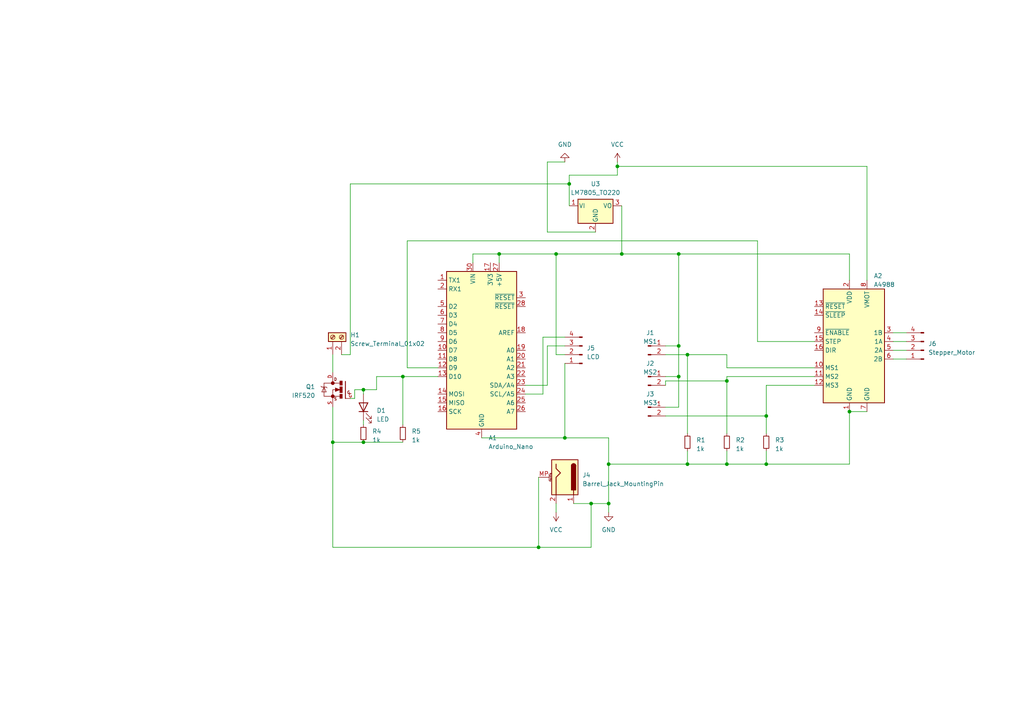
<source format=kicad_sch>
(kicad_sch (version 20230121) (generator eeschema)
  (paper "A4")
  (lib_symbols
    (symbol "Connector:Barrel_Jack_MountingPin" (pin_names hide)
      (property "Reference" "J" (at 0 5.334 0))
      (property "Value" "Barrel_Jack_MountingPin" (at 1.27 -6.35 0))
      (symbol "Barrel_Jack_MountingPin_0_1"
        (rectangle (start -5.08 3.81) (end 5.08 -3.81) (stroke (width 0.254)) (fill (type background)))
        (arc (start -3.302 3.175) (mid -3.9343 2.54) (end -3.302 1.905) (stroke (width 0.254)))
        (arc (start -3.302 3.175) (mid -3.9343 2.54) (end -3.302 1.905) (stroke (width 0.254)) (fill (type outline)))
        (polyline (pts (xy 5.08 2.54) (xy 3.81 2.54)) (stroke (width 0.254)))
        (polyline (pts (xy -3.81 -2.54) (xy -2.54 -2.54) (xy -1.27 -1.27) (xy 0 -2.54) (xy 2.54 -2.54) (xy 5.08 -2.54)) (stroke (width 0.254)))
        (rectangle (start 3.683 3.175) (end -3.302 1.905) (stroke (width 0.254)) (fill (type outline)))
      )
      (symbol "Barrel_Jack_MountingPin_1_1"
        (polyline (pts (xy -1.016 -4.572) (xy 1.016 -4.572)) (stroke (width 0.1524)))
        (text "Mounting" (at 0 -4.191 0) (effects (font (size 0.381 0.381))))
        (pin passive line (at 7.62 2.54 180) (length 2.54) (name "~") (number "1"))
        (pin passive line (at 7.62 -2.54 180) (length 2.54) (name "~") (number "2"))
        (pin passive line (at 0 -7.62 90) (length 3.048) (name "MountPin") (number "MP"))
      )
    )
    (symbol "Connector:Conn_01x02_Pin" (pin_names (offset 1.016) hide)
      (property "Reference" "J" (at 0 2.54 0))
      (property "Value" "Conn_01x02_Pin" (at 0 -5.08 0))
      (symbol "Conn_01x02_Pin_1_1"
        (polyline (pts (xy 1.27 -2.54) (xy 0.8636 -2.54)) (stroke (width 0.1524)))
        (polyline (pts (xy 1.27 0) (xy 0.8636 0)) (stroke (width 0.1524)))
        (rectangle (start 0.8636 -2.413) (end 0 -2.667) (stroke (width 0.1524)) (fill (type outline)))
        (rectangle (start 0.8636 0.127) (end 0 -0.127) (stroke (width 0.1524)) (fill (type outline)))
        (pin passive line (at 5.08 0 180) (length 3.81) (name "Pin_1") (number "1"))
        (pin passive line (at 5.08 -2.54 180) (length 3.81) (name "Pin_2") (number "2"))
      )
    )
    (symbol "Connector:Conn_01x04_Pin" (pin_names (offset 1.016) hide)
      (property "Reference" "J" (at 0 5.08 0))
      (property "Value" "Conn_01x04_Pin" (at 0 -7.62 0))
      (symbol "Conn_01x04_Pin_1_1"
        (polyline (pts (xy 1.27 -5.08) (xy 0.8636 -5.08)) (stroke (width 0.1524)))
        (polyline (pts (xy 1.27 -2.54) (xy 0.8636 -2.54)) (stroke (width 0.1524)))
        (polyline (pts (xy 1.27 0) (xy 0.8636 0)) (stroke (width 0.1524)))
        (polyline (pts (xy 1.27 2.54) (xy 0.8636 2.54)) (stroke (width 0.1524)))
        (rectangle (start 0.8636 -4.953) (end 0 -5.207) (stroke (width 0.1524)) (fill (type outline)))
        (rectangle (start 0.8636 -2.413) (end 0 -2.667) (stroke (width 0.1524)) (fill (type outline)))
        (rectangle (start 0.8636 0.127) (end 0 -0.127) (stroke (width 0.1524)) (fill (type outline)))
        (rectangle (start 0.8636 2.667) (end 0 2.413) (stroke (width 0.1524)) (fill (type outline)))
        (pin passive line (at 5.08 2.54 180) (length 3.81) (name "Pin_1") (number "1"))
        (pin passive line (at 5.08 0 180) (length 3.81) (name "Pin_2") (number "2"))
        (pin passive line (at 5.08 -2.54 180) (length 3.81) (name "Pin_3") (number "3"))
        (pin passive line (at 5.08 -5.08 180) (length 3.81) (name "Pin_4") (number "4"))
      )
    )
    (symbol "Connector:Screw_Terminal_01x02" (pin_names (offset 1.016) hide)
      (property "Reference" "J" (at 0 2.54 0))
      (property "Value" "Screw_Terminal_01x02" (at 0 -5.08 0))
      (symbol "Screw_Terminal_01x02_1_1"
        (rectangle (start -1.27 1.27) (end 1.27 -3.81) (stroke (width 0.254)) (fill (type background)))
        (circle (center 0 -2.54) (radius 0.635) (stroke (width 0.1524)))
        (polyline (pts (xy -0.5334 -2.2098) (xy 0.3302 -3.048)) (stroke (width 0.1524)))
        (polyline (pts (xy -0.5334 0.3302) (xy 0.3302 -0.508)) (stroke (width 0.1524)))
        (polyline (pts (xy -0.3556 -2.032) (xy 0.508 -2.8702)) (stroke (width 0.1524)))
        (polyline (pts (xy -0.3556 0.508) (xy 0.508 -0.3302)) (stroke (width 0.1524)))
        (circle (center 0 0) (radius 0.635) (stroke (width 0.1524)))
        (pin passive line (at -5.08 0 0) (length 3.81) (name "Pin_1") (number "1"))
        (pin passive line (at -5.08 -2.54 0) (length 3.81) (name "Pin_2") (number "2"))
      )
    )
    (symbol "Device:LED" (pin_numbers hide) (pin_names (offset 1.016) hide)
      (property "Reference" "D" (at 0 2.54 0))
      (property "Value" "LED" (at 0 -2.54 0))
      (symbol "LED_0_1"
        (polyline (pts (xy -1.27 -1.27) (xy -1.27 1.27)) (stroke (width 0.254)))
        (polyline (pts (xy -1.27 0) (xy 1.27 0)))
        (polyline (pts (xy 1.27 -1.27) (xy 1.27 1.27) (xy -1.27 0) (xy 1.27 -1.27)) (stroke (width 0.254)))
        (polyline (pts (xy -3.048 -0.762) (xy -4.572 -2.286) (xy -3.81 -2.286) (xy -4.572 -2.286) (xy -4.572 -1.524)))
        (polyline (pts (xy -1.778 -0.762) (xy -3.302 -2.286) (xy -2.54 -2.286) (xy -3.302 -2.286) (xy -3.302 -1.524)))
      )
      (symbol "LED_1_1"
        (pin passive line (at -3.81 0 0) (length 2.54) (name "K") (number "1"))
        (pin passive line (at 3.81 0 180) (length 2.54) (name "A") (number "2"))
      )
    )
    (symbol "Device:R_Small" (pin_numbers hide) (pin_names (offset 0.254) hide)
      (property "Reference" "R" (at 0.762 0.508 0))
      (property "Value" "R_Small" (at 0.762 -1.016 0))
      (symbol "R_Small_0_1"
        (rectangle (start -0.762 1.778) (end 0.762 -1.778) (stroke (width 0.2032)))
      )
      (symbol "R_Small_1_1"
        (pin passive line (at 0 2.54 270) (length 0.762) (name "~") (number "1"))
        (pin passive line (at 0 -2.54 90) (length 0.762) (name "~") (number "2"))
      )
    )
    (symbol "Driver_Motor:Pololu_Breakout_A4988"
      (property "Reference" "A" (at -2.54 19.05 0))
      (property "Value" "Pololu_Breakout_A4988" (at -2.54 16.51 0))
      (symbol "Pololu_Breakout_A4988_0_1"
        (rectangle (start 10.16 -17.78) (end -7.62 15.24) (stroke (width 0.254)) (fill (type background)))
      )
      (symbol "Pololu_Breakout_A4988_1_1"
        (pin power_in line (at 0 -20.32 90) (length 2.54) (name "GND") (number "1"))
        (pin input line (at -10.16 -7.62 0) (length 2.54) (name "MS1") (number "10"))
        (pin input line (at -10.16 -10.16 0) (length 2.54) (name "MS2") (number "11"))
        (pin input line (at -10.16 -12.7 0) (length 2.54) (name "MS3") (number "12"))
        (pin input line (at -10.16 10.16 0) (length 2.54) (name "~{RESET}") (number "13"))
        (pin input line (at -10.16 7.62 0) (length 2.54) (name "~{SLEEP}") (number "14"))
        (pin input line (at -10.16 0 0) (length 2.54) (name "STEP") (number "15"))
        (pin input line (at -10.16 -2.54 0) (length 2.54) (name "DIR") (number "16"))
        (pin power_in line (at 0 17.78 270) (length 2.54) (name "VDD") (number "2"))
        (pin output line (at 12.7 2.54 180) (length 2.54) (name "1B") (number "3"))
        (pin output line (at 12.7 0 180) (length 2.54) (name "1A") (number "4"))
        (pin output line (at 12.7 -2.54 180) (length 2.54) (name "2A") (number "5"))
        (pin output line (at 12.7 -5.08 180) (length 2.54) (name "2B") (number "6"))
        (pin power_in line (at 5.08 -20.32 90) (length 2.54) (name "GND") (number "7"))
        (pin power_in line (at 5.08 17.78 270) (length 2.54) (name "VMOT") (number "8"))
        (pin input line (at -10.16 2.54 0) (length 2.54) (name "~{ENABLE}") (number "9"))
      )
    )
    (symbol "IRF520:IRF520" (pin_names (offset 1.016))
      (property "Reference" "Q" (at 7.6271 2.5424 0))
      (property "Value" "IRF520" (at 7.6205 0 0))
      (symbol "IRF520_0_0"
        (rectangle (start -0.254 -2.5402) (end 0.508 -1.27) (stroke (width 0.1)) (fill (type outline)))
        (rectangle (start -0.2542 -0.8897) (end 0.508 0.889) (stroke (width 0.1)) (fill (type outline)))
        (rectangle (start -0.2542 1.2709) (end 0.508 2.54) (stroke (width 0.1)) (fill (type outline)))
        (polyline (pts (xy -1.1176 -2.54) (xy -2.54 -2.54)) (stroke (width 0.1524)))
        (polyline (pts (xy -1.1176 2.413) (xy -1.1176 -2.54)) (stroke (width 0.254)))
        (polyline (pts (xy 0.508 -1.905) (xy 2.54 -1.905)) (stroke (width 0.1524)))
        (polyline (pts (xy 0.508 0) (xy 1.778 -0.508)) (stroke (width 0.1524)))
        (polyline (pts (xy 0.762 0) (xy 1.651 -0.254)) (stroke (width 0.3048)))
        (polyline (pts (xy 1.651 -0.254) (xy 1.651 0)) (stroke (width 0.3048)))
        (polyline (pts (xy 1.651 0) (xy 1.397 0)) (stroke (width 0.3048)))
        (polyline (pts (xy 1.651 0) (xy 2.54 0)) (stroke (width 0.1524)))
        (polyline (pts (xy 1.651 0.254) (xy 0.762 0)) (stroke (width 0.3048)))
        (polyline (pts (xy 1.778 -0.508) (xy 1.778 0.508)) (stroke (width 0.1524)))
        (polyline (pts (xy 1.778 0.508) (xy 0.508 0)) (stroke (width 0.1524)))
        (polyline (pts (xy 2.54 -1.905) (xy 2.54 -2.54)) (stroke (width 0.1524)))
        (polyline (pts (xy 2.54 0) (xy 2.54 -1.905)) (stroke (width 0.1524)))
        (polyline (pts (xy 2.54 1.905) (xy 0.5334 1.905)) (stroke (width 0.1524)))
        (polyline (pts (xy 2.54 1.905) (xy 5.08 1.905)) (stroke (width 0.1524)))
        (polyline (pts (xy 2.54 2.54) (xy 2.54 1.905)) (stroke (width 0.1524)))
        (polyline (pts (xy 4.445 -0.635) (xy 5.715 -0.635)) (stroke (width 0.1524)))
        (polyline (pts (xy 4.445 0.762) (xy 4.191 0.508)) (stroke (width 0.1524)))
        (polyline (pts (xy 4.445 0.762) (xy 5.08 0.762)) (stroke (width 0.1524)))
        (polyline (pts (xy 5.08 -1.905) (xy 2.54 -1.905)) (stroke (width 0.1524)))
        (polyline (pts (xy 5.08 0.762) (xy 4.445 -0.635)) (stroke (width 0.1524)))
        (polyline (pts (xy 5.08 0.762) (xy 5.08 -1.905)) (stroke (width 0.1524)))
        (polyline (pts (xy 5.08 0.762) (xy 5.715 0.762)) (stroke (width 0.1524)))
        (polyline (pts (xy 5.08 1.905) (xy 5.08 0.762)) (stroke (width 0.1524)))
        (polyline (pts (xy 5.715 -0.635) (xy 5.08 0.762)) (stroke (width 0.1524)))
        (polyline (pts (xy 5.715 0.762) (xy 5.969 1.016)) (stroke (width 0.1524)))
        (circle (center 2.54 -1.905) (radius 0.127) (stroke (width 0.4064)))
        (circle (center 2.54 1.905) (radius 0.127) (stroke (width 0.4064)))
        (text "D" (at 1.2721 2.5442 0) (effects (font (size 0.8141 0.8141)) (justify left bottom)))
        (text "G" (at -2.544 -1.272 0) (effects (font (size 0.8141 0.8141)) (justify left bottom)))
        (text "S" (at 1.2715 -3.1788 0) (effects (font (size 0.8138 0.8138)) (justify left bottom)))
        (pin passive line (at 2.54 5.08 270) (length 2.54) (name "~") (number "D"))
        (pin passive line (at -2.54 -2.54 0) (length 0) (name "~") (number "G"))
        (pin passive line (at 2.54 -5.08 90) (length 2.54) (name "~") (number "S"))
      )
    )
    (symbol "MCU_Module:Arduino_Nano_Every"
      (property "Reference" "A" (at -10.16 23.495 0))
      (property "Value" "Arduino_Nano_Every" (at 5.08 -24.13 0))
      (symbol "Arduino_Nano_Every_0_1"
        (rectangle (start -10.16 22.86) (end 10.16 -22.86) (stroke (width 0.254)) (fill (type background)))
      )
      (symbol "Arduino_Nano_Every_1_1"
        (pin bidirectional line (at -12.7 20.32 0) (length 2.54) (name "TX1") (number "1"))
        (pin bidirectional line (at -12.7 0 0) (length 2.54) (name "D7") (number "10"))
        (pin bidirectional line (at -12.7 -2.54 0) (length 2.54) (name "D8") (number "11"))
        (pin bidirectional line (at -12.7 -5.08 0) (length 2.54) (name "D9") (number "12"))
        (pin bidirectional line (at -12.7 -7.62 0) (length 2.54) (name "D10") (number "13"))
        (pin bidirectional line (at -12.7 -12.7 0) (length 2.54) (name "MOSI") (number "14"))
        (pin bidirectional line (at -12.7 -15.24 0) (length 2.54) (name "MISO") (number "15"))
        (pin bidirectional line (at -12.7 -17.78 0) (length 2.54) (name "SCK") (number "16"))
        (pin power_out line (at 2.54 25.4 270) (length 2.54) (name "3V3") (number "17"))
        (pin input line (at 12.7 5.08 180) (length 2.54) (name "AREF") (number "18"))
        (pin bidirectional line (at 12.7 0 180) (length 2.54) (name "A0") (number "19"))
        (pin bidirectional line (at -12.7 17.78 0) (length 2.54) (name "RX1") (number "2"))
        (pin bidirectional line (at 12.7 -2.54 180) (length 2.54) (name "A1") (number "20"))
        (pin bidirectional line (at 12.7 -5.08 180) (length 2.54) (name "A2") (number "21"))
        (pin bidirectional line (at 12.7 -7.62 180) (length 2.54) (name "A3") (number "22"))
        (pin bidirectional line (at 12.7 -10.16 180) (length 2.54) (name "SDA/A4") (number "23"))
        (pin bidirectional line (at 12.7 -12.7 180) (length 2.54) (name "SCL/A5") (number "24"))
        (pin bidirectional line (at 12.7 -15.24 180) (length 2.54) (name "A6") (number "25"))
        (pin bidirectional line (at 12.7 -17.78 180) (length 2.54) (name "A7") (number "26"))
        (pin power_out line (at 5.08 25.4 270) (length 2.54) (name "+5V") (number "27"))
        (pin input line (at 12.7 12.7 180) (length 2.54) (name "~{RESET}") (number "28"))
        (pin passive line (at 0 -25.4 90) (length 2.54) hide (name "GND") (number "29"))
        (pin input line (at 12.7 15.24 180) (length 2.54) (name "~{RESET}") (number "3"))
        (pin power_in line (at -2.54 25.4 270) (length 2.54) (name "VIN") (number "30"))
        (pin power_in line (at 0 -25.4 90) (length 2.54) (name "GND") (number "4"))
        (pin bidirectional line (at -12.7 12.7 0) (length 2.54) (name "D2") (number "5"))
        (pin bidirectional line (at -12.7 10.16 0) (length 2.54) (name "D3") (number "6"))
        (pin bidirectional line (at -12.7 7.62 0) (length 2.54) (name "D4") (number "7"))
        (pin bidirectional line (at -12.7 5.08 0) (length 2.54) (name "D5") (number "8"))
        (pin bidirectional line (at -12.7 2.54 0) (length 2.54) (name "D6") (number "9"))
      )
    )
    (symbol "Regulator_Linear:LM7805_TO220" (pin_names (offset 0.254))
      (property "Reference" "U" (at -3.81 3.175 0))
      (property "Value" "LM7805_TO220" (at 0 3.175 0))
      (symbol "LM7805_TO220_0_1"
        (rectangle (start -5.08 1.905) (end 5.08 -5.08) (stroke (width 0.254)) (fill (type background)))
      )
      (symbol "LM7805_TO220_1_1"
        (pin power_in line (at -7.62 0 0) (length 2.54) (name "VI") (number "1"))
        (pin power_in line (at 0 -7.62 90) (length 2.54) (name "GND") (number "2"))
        (pin power_out line (at 7.62 0 180) (length 2.54) (name "VO") (number "3"))
      )
    )
    (symbol "power:GND" (power) (pin_names (offset 0))
      (property "Value" "GND" (at 0 -3.81 0))
      (symbol "GND_0_1"
        (polyline (pts (xy 0 0) (xy 0 -1.27) (xy 1.27 -1.27) (xy 0 -2.54) (xy -1.27 -1.27) (xy 0 -1.27)))
      )
      (symbol "GND_1_1"
        (pin power_in line (at 0 0 270) (length 0) hide (name "GND") (number "1"))
      )
    )
    (symbol "power:VCC" (power) (pin_names (offset 0))
      (property "Value" "VCC" (at 0 3.81 0))
      (symbol "VCC_0_1"
        (polyline (pts (xy -0.762 1.27) (xy 0 2.54)))
        (polyline (pts (xy 0 0) (xy 0 2.54)))
        (polyline (pts (xy 0 2.54) (xy 0.762 1.27)))
      )
      (symbol "VCC_1_1"
        (pin power_in line (at 0 0 90) (length 0) hide (name "VCC") (number "1"))
      )
    )
  )
  (junction (at 105.41 113.03))
  (junction (at 222.25 120.65))
  (junction (at 176.53 134.62))
  (junction (at 96.52 128.27))
  (junction (at 171.45 146.05))
  (junction (at 105.41 128.27))
  (junction (at 163.83 127))
  (junction (at 246.38 119.38))
  (junction (at 144.78 73.66))
  (junction (at 210.82 134.62))
  (junction (at 176.53 146.05))
  (junction (at 210.82 110.49))
  (junction (at 116.84 109.22))
  (junction (at 196.85 73.66))
  (junction (at 199.39 134.62))
  (junction (at 199.39 102.87))
  (junction (at 180.34 73.66))
  (junction (at 222.25 134.62))
  (junction (at 161.29 73.66))
  (junction (at 156.21 158.75))
  (junction (at 179.07 48.26))
  (junction (at 196.85 109.22))
  (junction (at 196.85 100.33))
  (junction (at 165.1 53.34))
  (wire (pts (xy 105.41 121.92) (xy 105.41 123.19)))
  (wire (pts (xy 101.6 53.34) (xy 165.1 53.34)))
  (wire (pts (xy 96.52 128.27) (xy 105.41 128.27)))
  (wire (pts (xy 127 106.68) (xy 118.11 106.68)))
  (wire (pts (xy 179.07 48.26) (xy 179.07 50.8)))
  (wire (pts (xy 161.29 73.66) (xy 180.34 73.66)))
  (wire (pts (xy 246.38 73.66) (xy 246.38 81.28)))
  (wire (pts (xy 210.82 106.68) (xy 236.22 106.68)))
  (wire (pts (xy 127 109.22) (xy 116.84 109.22)))
  (wire (pts (xy 222.25 134.62) (xy 246.38 134.62)))
  (wire (pts (xy 118.11 69.85) (xy 219.71 69.85)))
  (wire (pts (xy 236.22 111.76) (xy 222.25 111.76)))
  (wire (pts (xy 176.53 134.62) (xy 199.39 134.62)))
  (wire (pts (xy 259.08 104.14) (xy 262.89 104.14)))
  (wire (pts (xy 166.37 146.05) (xy 171.45 146.05)))
  (wire (pts (xy 165.1 50.8) (xy 165.1 53.34)))
  (wire (pts (xy 105.41 128.27) (xy 116.84 128.27)))
  (wire (pts (xy 196.85 109.22) (xy 196.85 118.11)))
  (wire (pts (xy 193.04 110.49) (xy 193.04 111.76)))
  (wire (pts (xy 165.1 53.34) (xy 165.1 59.69)))
  (wire (pts (xy 101.6 115.57) (xy 102.87 115.57)))
  (wire (pts (xy 161.29 146.05) (xy 161.29 148.59)))
  (wire (pts (xy 102.87 113.03) (xy 105.41 113.03)))
  (wire (pts (xy 109.22 113.03) (xy 105.41 113.03)))
  (wire (pts (xy 193.04 110.49) (xy 210.82 110.49)))
  (wire (pts (xy 210.82 102.87) (xy 210.82 106.68)))
  (wire (pts (xy 210.82 109.22) (xy 236.22 109.22)))
  (wire (pts (xy 199.39 134.62) (xy 210.82 134.62)))
  (wire (pts (xy 158.75 111.76) (xy 158.75 100.33)))
  (wire (pts (xy 96.52 128.27) (xy 96.52 118.11)))
  (wire (pts (xy 105.41 114.3) (xy 105.41 113.03)))
  (wire (pts (xy 193.04 100.33) (xy 196.85 100.33)))
  (wire (pts (xy 193.04 102.87) (xy 199.39 102.87)))
  (wire (pts (xy 158.75 46.99) (xy 163.83 46.99)))
  (wire (pts (xy 109.22 109.22) (xy 109.22 113.03)))
  (wire (pts (xy 99.06 102.87) (xy 101.6 102.87)))
  (wire (pts (xy 196.85 73.66) (xy 196.85 100.33)))
  (wire (pts (xy 179.07 48.26) (xy 251.46 48.26)))
  (wire (pts (xy 219.71 99.06) (xy 236.22 99.06)))
  (wire (pts (xy 137.16 73.66) (xy 144.78 73.66)))
  (wire (pts (xy 156.21 158.75) (xy 96.52 158.75)))
  (wire (pts (xy 152.4 114.3) (xy 157.48 114.3)))
  (wire (pts (xy 144.78 73.66) (xy 161.29 73.66)))
  (wire (pts (xy 163.83 102.87) (xy 161.29 102.87)))
  (wire (pts (xy 179.07 46.99) (xy 179.07 48.26)))
  (wire (pts (xy 172.72 67.31) (xy 158.75 67.31)))
  (wire (pts (xy 139.7 127) (xy 163.83 127)))
  (wire (pts (xy 176.53 127) (xy 176.53 134.62)))
  (wire (pts (xy 137.16 76.2) (xy 137.16 73.66)))
  (wire (pts (xy 193.04 120.65) (xy 222.25 120.65)))
  (wire (pts (xy 156.21 138.43) (xy 156.21 158.75)))
  (wire (pts (xy 171.45 146.05) (xy 176.53 146.05)))
  (wire (pts (xy 158.75 67.31) (xy 158.75 46.99)))
  (wire (pts (xy 199.39 102.87) (xy 199.39 125.73)))
  (wire (pts (xy 158.75 100.33) (xy 163.83 100.33)))
  (wire (pts (xy 196.85 73.66) (xy 180.34 73.66)))
  (wire (pts (xy 144.78 73.66) (xy 144.78 76.2)))
  (wire (pts (xy 222.25 130.81) (xy 222.25 134.62)))
  (wire (pts (xy 161.29 102.87) (xy 161.29 73.66)))
  (wire (pts (xy 193.04 118.11) (xy 196.85 118.11)))
  (wire (pts (xy 101.6 53.34) (xy 101.6 102.87)))
  (wire (pts (xy 157.48 114.3) (xy 157.48 97.79)))
  (wire (pts (xy 219.71 69.85) (xy 219.71 99.06)))
  (wire (pts (xy 210.82 110.49) (xy 210.82 125.73)))
  (wire (pts (xy 116.84 109.22) (xy 109.22 109.22)))
  (wire (pts (xy 96.52 102.87) (xy 96.52 107.95)))
  (wire (pts (xy 179.07 50.8) (xy 165.1 50.8)))
  (wire (pts (xy 163.83 127) (xy 176.53 127)))
  (wire (pts (xy 199.39 102.87) (xy 210.82 102.87)))
  (wire (pts (xy 222.25 120.65) (xy 222.25 125.73)))
  (wire (pts (xy 116.84 109.22) (xy 116.84 123.19)))
  (wire (pts (xy 171.45 158.75) (xy 171.45 146.05)))
  (wire (pts (xy 196.85 73.66) (xy 246.38 73.66)))
  (wire (pts (xy 157.48 97.79) (xy 163.83 97.79)))
  (wire (pts (xy 196.85 100.33) (xy 196.85 109.22)))
  (wire (pts (xy 96.52 158.75) (xy 96.52 128.27)))
  (wire (pts (xy 222.25 111.76) (xy 222.25 120.65)))
  (wire (pts (xy 251.46 119.38) (xy 246.38 119.38)))
  (wire (pts (xy 156.21 158.75) (xy 171.45 158.75)))
  (wire (pts (xy 246.38 134.62) (xy 246.38 119.38)))
  (wire (pts (xy 259.08 96.52) (xy 262.89 96.52)))
  (wire (pts (xy 210.82 134.62) (xy 222.25 134.62)))
  (wire (pts (xy 210.82 130.81) (xy 210.82 134.62)))
  (wire (pts (xy 163.83 105.41) (xy 163.83 127)))
  (wire (pts (xy 102.87 115.57) (xy 102.87 113.03)))
  (wire (pts (xy 210.82 109.22) (xy 210.82 110.49)))
  (wire (pts (xy 251.46 81.28) (xy 251.46 48.26)))
  (wire (pts (xy 259.08 99.06) (xy 262.89 99.06)))
  (wire (pts (xy 193.04 109.22) (xy 196.85 109.22)))
  (wire (pts (xy 176.53 146.05) (xy 176.53 134.62)))
  (wire (pts (xy 199.39 130.81) (xy 199.39 134.62)))
  (wire (pts (xy 152.4 111.76) (xy 158.75 111.76)))
  (wire (pts (xy 118.11 106.68) (xy 118.11 69.85)))
  (wire (pts (xy 259.08 101.6) (xy 262.89 101.6)))
  (wire (pts (xy 176.53 148.59) (xy 176.53 146.05)))
  (wire (pts (xy 180.34 59.69) (xy 180.34 73.66)))
  (symbol (lib_id "Connector:Conn_01x04_Pin") (at 168.91 102.87 180) (unit 1)
    (property "Reference" "J5" (at 170.18 100.965 0) (effects (justify right)))
    (property "Value" "LCD" (at 170.18 103.505 0) (effects (justify right)))
    (property "Footprint" "Connector_PinHeader_2.54mm:PinHeader_1x04_P2.54mm_Vertical" (effects hide))
  )
  (symbol (lib_id "Regulator_Linear:LM7805_TO220") (at 172.72 59.69 0) (unit 1)
    (property "Reference" "U3" (at 172.72 53.34 0))
    (property "Value" "LM7805_TO220" (at 172.72 55.88 0))
    (property "Footprint" "Package_TO_SOT_THT:TO-220-3_Vertical" (effects hide))
    (property "Datasheet" "https://www.onsemi.cn/PowerSolutions/document/MC7800-D.PDF" (effects hide))
  )
  (symbol (lib_id "Device:R_Small") (at 222.25 128.27 0) (unit 1)
    (property "Reference" "R3" (at 224.79 127.635 0) (effects (justify left)))
    (property "Value" "1k" (at 224.79 130.175 0) (effects (justify left)))
    (property "Footprint" "Resistor_THT:R_Axial_DIN0207_L6.3mm_D2.5mm_P7.62mm_Horizontal" (effects hide))
  )
  (symbol (lib_id "Connector:Screw_Terminal_01x02") (at 96.52 97.79 90) (unit 1)
    (property "Reference" "H1" (at 101.6 97.155 90) (effects (justify right)))
    (property "Value" "Screw_Terminal_01x02" (at 101.6 99.695 90) (effects (justify right)))
    (property "Footprint" "TerminalBlock_MetzConnect:TerminalBlock_MetzConnect_Type055_RT01502HDWU_1x02_P5.00mm_Horizontal" (effects hide))
  )
  (symbol (lib_id "Device:R_Small") (at 210.82 128.27 0) (unit 1)
    (property "Reference" "R2" (at 213.36 127.635 0) (effects (justify left)))
    (property "Value" "1k" (at 213.36 130.175 0) (effects (justify left)))
    (property "Footprint" "Resistor_THT:R_Axial_DIN0207_L6.3mm_D2.5mm_P7.62mm_Horizontal" (effects hide))
  )
  (symbol (lib_id "Connector:Conn_01x02_Pin") (at 187.96 118.11 0) (unit 1)
    (property "Reference" "J3" (at 188.595 114.3 0))
    (property "Value" "MS3" (at 188.595 116.84 0))
    (property "Footprint" "Connector_PinSocket_2.54mm:PinSocket_1x02_P2.54mm_Vertical" (effects hide))
  )
  (symbol (lib_id "Driver_Motor:Pololu_Breakout_A4988") (at 246.38 99.06 0) (unit 1)
    (property "Reference" "A2" (at 253.4159 80.01 0) (effects (justify left)))
    (property "Value" "A4988" (at 253.4159 82.55 0) (effects (justify left)))
    (property "Footprint" "Module:Pololu_Breakout-16_15.2x20.3mm" (effects hide))
    (property "Datasheet" "https://www.pololu.com/product/2980/pictures" (effects hide))
  )
  (symbol (lib_id "power:VCC") (at 179.07 46.99 0) (unit 1)
    (property "Reference" "#PWR03" (effects hide))
    (property "Value" "VCC" (at 179.07 41.91 0))
  )
  (symbol (lib_id "MCU_Module:Arduino_Nano_Every") (at 139.7 101.6 0) (unit 1)
    (property "Reference" "A1" (at 141.6559 127 0) (effects (justify left)))
    (property "Value" "Arduino_Nano" (at 141.6559 129.54 0) (effects (justify left)))
    (property "Footprint" "Module:Arduino_Nano" (effects hide))
    (property "Datasheet" "https://content.arduino.cc/assets/NANOEveryV3.0_sch.pdf" (effects hide))
  )
  (symbol (lib_id "Device:R_Small") (at 116.84 125.73 0) (unit 1)
    (property "Reference" "R5" (at 119.38 125.095 0) (effects (justify left)))
    (property "Value" "1k" (at 119.38 127.635 0) (effects (justify left)))
    (property "Footprint" "Resistor_THT:R_Axial_DIN0207_L6.3mm_D2.5mm_P7.62mm_Horizontal" (effects hide))
  )
  (symbol (lib_id "Connector:Conn_01x02_Pin") (at 187.96 109.22 0) (unit 1)
    (property "Reference" "J2" (at 188.595 105.41 0))
    (property "Value" "MS2" (at 188.595 107.95 0))
    (property "Footprint" "Connector_PinSocket_2.54mm:PinSocket_1x02_P2.54mm_Vertical" (effects hide))
  )
  (symbol (lib_id "power:GND") (at 176.53 148.59 0) (unit 1)
    (property "Reference" "#PWR01" (effects hide))
    (property "Value" "GND" (at 176.53 153.67 0))
  )
  (symbol (lib_id "Device:LED") (at 105.41 118.11 90) (unit 1)
    (property "Reference" "D1" (at 109.22 119.0625 90) (effects (justify right)))
    (property "Value" "LED" (at 109.22 121.6025 90) (effects (justify right)))
    (property "Footprint" "LED_THT:LED_D3.0mm" (effects hide))
  )
  (symbol (lib_id "Device:R_Small") (at 199.39 128.27 0) (unit 1)
    (property "Reference" "R1" (at 201.93 127.635 0) (effects (justify left)))
    (property "Value" "1k" (at 201.93 130.175 0) (effects (justify left)))
    (property "Footprint" "Resistor_THT:R_Axial_DIN0207_L6.3mm_D2.5mm_P7.62mm_Horizontal" (effects hide))
  )
  (symbol (lib_id "Device:R_Small") (at 105.41 125.73 0) (unit 1)
    (property "Reference" "R4" (at 107.95 125.095 0) (effects (justify left)))
    (property "Value" "1k" (at 107.95 127.635 0) (effects (justify left)))
    (property "Footprint" "Resistor_THT:R_Axial_DIN0207_L6.3mm_D2.5mm_P7.62mm_Horizontal" (effects hide))
  )
  (symbol (lib_id "IRF520:IRF520") (at 99.06 113.03 0) (mirror y) (unit 1)
    (property "Reference" "Q1" (at 91.44 112.1779 0) (effects (justify left)))
    (property "Value" "IRF520" (at 91.44 114.7179 0) (effects (justify left)))
    (property "Footprint" "TO220BV:TO220BV" (effects hide))
  )
  (symbol (lib_id "Connector:Conn_01x02_Pin") (at 187.96 100.33 0) (unit 1)
    (property "Reference" "J1" (at 188.595 96.52 0))
    (property "Value" "MS1" (at 188.595 99.06 0))
    (property "Footprint" "Connector_PinSocket_2.54mm:PinSocket_1x02_P2.54mm_Vertical" (effects hide))
  )
  (symbol (lib_id "power:VCC") (at 161.29 148.59 180) (unit 1)
    (property "Reference" "#PWR02" (effects hide))
    (property "Value" "VCC" (at 161.29 153.67 0))
  )
  (symbol (lib_id "power:GND") (at 163.83 46.99 180) (unit 1)
    (property "Reference" "#PWR04" (effects hide))
    (property "Value" "GND" (at 163.83 41.91 0))
  )
  (symbol (lib_id "Connector:Conn_01x04_Pin") (at 267.97 101.6 180) (unit 1)
    (property "Reference" "J6" (at 269.24 99.695 0) (effects (justify right)))
    (property "Value" "Stepper_Motor" (at 269.24 102.235 0) (effects (justify right)))
    (property "Footprint" "Connector_PinHeader_2.54mm:PinHeader_1x04_P2.54mm_Vertical" (effects hide))
  )
  (symbol (lib_id "Connector:Barrel_Jack_MountingPin") (at 163.83 138.43 270) (unit 1)
    (property "Reference" "J4" (at 168.91 137.795 90) (effects (justify left)))
    (property "Value" "Barrel_Jack_MountingPin" (at 168.91 140.335 90) (effects (justify left)))
    (property "Footprint" "Connector_BarrelJack:BarrelJack_Horizontal" (effects hide))
    (property "Sim.Enable" "0" (effects hide))
  )
)
</source>
